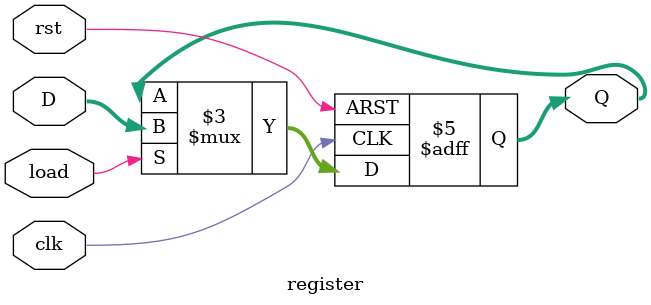
<source format=v>
module register(clk, rst, load, D, Q);
parameter N= 4;
input [N-1: 0] D;
input clk, rst, load;
output reg [N-1: 0] Q;

always @(posedge clk or negedge rst) begin
   if(!rst)
        Q <= {N{1'b0}};
    else if(load)
        Q <= D;
end
endmodule

</source>
